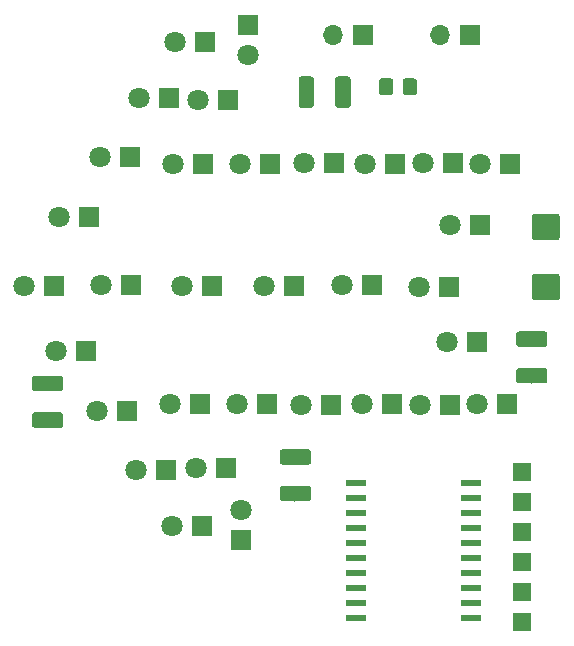
<source format=gbr>
%TF.GenerationSoftware,KiCad,Pcbnew,(5.1.4)-1*%
%TF.CreationDate,2020-11-17T10:49:43+02:00*%
%TF.ProjectId,prose,70726f73-652e-46b6-9963-61645f706362,rev?*%
%TF.SameCoordinates,Original*%
%TF.FileFunction,Soldermask,Top*%
%TF.FilePolarity,Negative*%
%FSLAX46Y46*%
G04 Gerber Fmt 4.6, Leading zero omitted, Abs format (unit mm)*
G04 Created by KiCad (PCBNEW (5.1.4)-1) date 2020-11-17 10:49:43*
%MOMM*%
%LPD*%
G04 APERTURE LIST*
%ADD10C,0.150000*%
%ADD11C,1.300000*%
%ADD12R,1.800000X1.800000*%
%ADD13C,1.800000*%
%ADD14R,1.750000X0.600000*%
%ADD15R,1.700000X1.700000*%
%ADD16O,1.700000X1.700000*%
%ADD17C,2.250000*%
%ADD18C,1.200000*%
%ADD19R,1.524000X1.524000*%
G04 APERTURE END LIST*
D10*
%TO.C,R3*%
G36*
X91309504Y-77251204D02*
G01*
X91333773Y-77254804D01*
X91357571Y-77260765D01*
X91380671Y-77269030D01*
X91402849Y-77279520D01*
X91423893Y-77292133D01*
X91443598Y-77306747D01*
X91461777Y-77323223D01*
X91478253Y-77341402D01*
X91492867Y-77361107D01*
X91505480Y-77382151D01*
X91515970Y-77404329D01*
X91524235Y-77427429D01*
X91530196Y-77451227D01*
X91533796Y-77475496D01*
X91535000Y-77500000D01*
X91535000Y-78300000D01*
X91533796Y-78324504D01*
X91530196Y-78348773D01*
X91524235Y-78372571D01*
X91515970Y-78395671D01*
X91505480Y-78417849D01*
X91492867Y-78438893D01*
X91478253Y-78458598D01*
X91461777Y-78476777D01*
X91443598Y-78493253D01*
X91423893Y-78507867D01*
X91402849Y-78520480D01*
X91380671Y-78530970D01*
X91357571Y-78539235D01*
X91333773Y-78545196D01*
X91309504Y-78548796D01*
X91285000Y-78550000D01*
X89135000Y-78550000D01*
X89110496Y-78548796D01*
X89086227Y-78545196D01*
X89062429Y-78539235D01*
X89039329Y-78530970D01*
X89017151Y-78520480D01*
X88996107Y-78507867D01*
X88976402Y-78493253D01*
X88958223Y-78476777D01*
X88941747Y-78458598D01*
X88927133Y-78438893D01*
X88914520Y-78417849D01*
X88904030Y-78395671D01*
X88895765Y-78372571D01*
X88889804Y-78348773D01*
X88886204Y-78324504D01*
X88885000Y-78300000D01*
X88885000Y-77500000D01*
X88886204Y-77475496D01*
X88889804Y-77451227D01*
X88895765Y-77427429D01*
X88904030Y-77404329D01*
X88914520Y-77382151D01*
X88927133Y-77361107D01*
X88941747Y-77341402D01*
X88958223Y-77323223D01*
X88976402Y-77306747D01*
X88996107Y-77292133D01*
X89017151Y-77279520D01*
X89039329Y-77269030D01*
X89062429Y-77260765D01*
X89086227Y-77254804D01*
X89110496Y-77251204D01*
X89135000Y-77250000D01*
X91285000Y-77250000D01*
X91309504Y-77251204D01*
X91309504Y-77251204D01*
G37*
D11*
X90210000Y-77900000D03*
D10*
G36*
X91309504Y-80351204D02*
G01*
X91333773Y-80354804D01*
X91357571Y-80360765D01*
X91380671Y-80369030D01*
X91402849Y-80379520D01*
X91423893Y-80392133D01*
X91443598Y-80406747D01*
X91461777Y-80423223D01*
X91478253Y-80441402D01*
X91492867Y-80461107D01*
X91505480Y-80482151D01*
X91515970Y-80504329D01*
X91524235Y-80527429D01*
X91530196Y-80551227D01*
X91533796Y-80575496D01*
X91535000Y-80600000D01*
X91535000Y-81400000D01*
X91533796Y-81424504D01*
X91530196Y-81448773D01*
X91524235Y-81472571D01*
X91515970Y-81495671D01*
X91505480Y-81517849D01*
X91492867Y-81538893D01*
X91478253Y-81558598D01*
X91461777Y-81576777D01*
X91443598Y-81593253D01*
X91423893Y-81607867D01*
X91402849Y-81620480D01*
X91380671Y-81630970D01*
X91357571Y-81639235D01*
X91333773Y-81645196D01*
X91309504Y-81648796D01*
X91285000Y-81650000D01*
X89135000Y-81650000D01*
X89110496Y-81648796D01*
X89086227Y-81645196D01*
X89062429Y-81639235D01*
X89039329Y-81630970D01*
X89017151Y-81620480D01*
X88996107Y-81607867D01*
X88976402Y-81593253D01*
X88958223Y-81576777D01*
X88941747Y-81558598D01*
X88927133Y-81538893D01*
X88914520Y-81517849D01*
X88904030Y-81495671D01*
X88895765Y-81472571D01*
X88889804Y-81448773D01*
X88886204Y-81424504D01*
X88885000Y-81400000D01*
X88885000Y-80600000D01*
X88886204Y-80575496D01*
X88889804Y-80551227D01*
X88895765Y-80527429D01*
X88904030Y-80504329D01*
X88914520Y-80482151D01*
X88927133Y-80461107D01*
X88941747Y-80441402D01*
X88958223Y-80423223D01*
X88976402Y-80406747D01*
X88996107Y-80392133D01*
X89017151Y-80379520D01*
X89039329Y-80369030D01*
X89062429Y-80360765D01*
X89086227Y-80354804D01*
X89110496Y-80351204D01*
X89135000Y-80350000D01*
X91285000Y-80350000D01*
X91309504Y-80351204D01*
X91309504Y-80351204D01*
G37*
D11*
X90210000Y-81000000D03*
%TD*%
D12*
%TO.C,D21*%
X88390000Y-63070000D03*
D13*
X85850000Y-63070000D03*
%TD*%
%TO.C,D18*%
X83040000Y-78180000D03*
D12*
X85580000Y-78180000D03*
%TD*%
D14*
%TO.C,IC1*%
X75295000Y-101505000D03*
X75295000Y-100235000D03*
X75295000Y-98965000D03*
X75295000Y-97695000D03*
X75295000Y-96425000D03*
X75295000Y-95155000D03*
X75295000Y-93885000D03*
X75295000Y-92615000D03*
X75295000Y-91345000D03*
X75295000Y-90075000D03*
X85045000Y-90075000D03*
X85045000Y-91345000D03*
X85045000Y-92615000D03*
X85045000Y-93885000D03*
X85045000Y-101505000D03*
X85045000Y-100235000D03*
X85045000Y-98965000D03*
X85045000Y-97695000D03*
X85045000Y-96425000D03*
X85045000Y-95155000D03*
%TD*%
D15*
%TO.C,P2*%
X75960000Y-52160000D03*
D16*
X73420000Y-52160000D03*
%TD*%
D12*
%TO.C,D5*%
X49784000Y-73406000D03*
D13*
X47244000Y-73406000D03*
%TD*%
D10*
%TO.C,C1*%
G36*
X92349505Y-67276204D02*
G01*
X92373773Y-67279804D01*
X92397572Y-67285765D01*
X92420671Y-67294030D01*
X92442850Y-67304520D01*
X92463893Y-67317132D01*
X92483599Y-67331747D01*
X92501777Y-67348223D01*
X92518253Y-67366401D01*
X92532868Y-67386107D01*
X92545480Y-67407150D01*
X92555970Y-67429329D01*
X92564235Y-67452428D01*
X92570196Y-67476227D01*
X92573796Y-67500495D01*
X92575000Y-67524999D01*
X92575000Y-69275001D01*
X92573796Y-69299505D01*
X92570196Y-69323773D01*
X92564235Y-69347572D01*
X92555970Y-69370671D01*
X92545480Y-69392850D01*
X92532868Y-69413893D01*
X92518253Y-69433599D01*
X92501777Y-69451777D01*
X92483599Y-69468253D01*
X92463893Y-69482868D01*
X92442850Y-69495480D01*
X92420671Y-69505970D01*
X92397572Y-69514235D01*
X92373773Y-69520196D01*
X92349505Y-69523796D01*
X92325001Y-69525000D01*
X90474999Y-69525000D01*
X90450495Y-69523796D01*
X90426227Y-69520196D01*
X90402428Y-69514235D01*
X90379329Y-69505970D01*
X90357150Y-69495480D01*
X90336107Y-69482868D01*
X90316401Y-69468253D01*
X90298223Y-69451777D01*
X90281747Y-69433599D01*
X90267132Y-69413893D01*
X90254520Y-69392850D01*
X90244030Y-69370671D01*
X90235765Y-69347572D01*
X90229804Y-69323773D01*
X90226204Y-69299505D01*
X90225000Y-69275001D01*
X90225000Y-67524999D01*
X90226204Y-67500495D01*
X90229804Y-67476227D01*
X90235765Y-67452428D01*
X90244030Y-67429329D01*
X90254520Y-67407150D01*
X90267132Y-67386107D01*
X90281747Y-67366401D01*
X90298223Y-67348223D01*
X90316401Y-67331747D01*
X90336107Y-67317132D01*
X90357150Y-67304520D01*
X90379329Y-67294030D01*
X90402428Y-67285765D01*
X90426227Y-67279804D01*
X90450495Y-67276204D01*
X90474999Y-67275000D01*
X92325001Y-67275000D01*
X92349505Y-67276204D01*
X92349505Y-67276204D01*
G37*
D17*
X91400000Y-68400000D03*
D10*
G36*
X92349505Y-72376204D02*
G01*
X92373773Y-72379804D01*
X92397572Y-72385765D01*
X92420671Y-72394030D01*
X92442850Y-72404520D01*
X92463893Y-72417132D01*
X92483599Y-72431747D01*
X92501777Y-72448223D01*
X92518253Y-72466401D01*
X92532868Y-72486107D01*
X92545480Y-72507150D01*
X92555970Y-72529329D01*
X92564235Y-72552428D01*
X92570196Y-72576227D01*
X92573796Y-72600495D01*
X92575000Y-72624999D01*
X92575000Y-74375001D01*
X92573796Y-74399505D01*
X92570196Y-74423773D01*
X92564235Y-74447572D01*
X92555970Y-74470671D01*
X92545480Y-74492850D01*
X92532868Y-74513893D01*
X92518253Y-74533599D01*
X92501777Y-74551777D01*
X92483599Y-74568253D01*
X92463893Y-74582868D01*
X92442850Y-74595480D01*
X92420671Y-74605970D01*
X92397572Y-74614235D01*
X92373773Y-74620196D01*
X92349505Y-74623796D01*
X92325001Y-74625000D01*
X90474999Y-74625000D01*
X90450495Y-74623796D01*
X90426227Y-74620196D01*
X90402428Y-74614235D01*
X90379329Y-74605970D01*
X90357150Y-74595480D01*
X90336107Y-74582868D01*
X90316401Y-74568253D01*
X90298223Y-74551777D01*
X90281747Y-74533599D01*
X90267132Y-74513893D01*
X90254520Y-74492850D01*
X90244030Y-74470671D01*
X90235765Y-74447572D01*
X90229804Y-74423773D01*
X90226204Y-74399505D01*
X90225000Y-74375001D01*
X90225000Y-72624999D01*
X90226204Y-72600495D01*
X90229804Y-72576227D01*
X90235765Y-72552428D01*
X90244030Y-72529329D01*
X90254520Y-72507150D01*
X90267132Y-72486107D01*
X90281747Y-72466401D01*
X90298223Y-72448223D01*
X90316401Y-72431747D01*
X90336107Y-72417132D01*
X90357150Y-72404520D01*
X90379329Y-72394030D01*
X90402428Y-72385765D01*
X90426227Y-72379804D01*
X90450495Y-72376204D01*
X90474999Y-72375000D01*
X92325001Y-72375000D01*
X92349505Y-72376204D01*
X92349505Y-72376204D01*
G37*
D17*
X91400000Y-73500000D03*
%TD*%
D10*
%TO.C,F1*%
G36*
X80254505Y-55831204D02*
G01*
X80278773Y-55834804D01*
X80302572Y-55840765D01*
X80325671Y-55849030D01*
X80347850Y-55859520D01*
X80368893Y-55872132D01*
X80388599Y-55886747D01*
X80406777Y-55903223D01*
X80423253Y-55921401D01*
X80437868Y-55941107D01*
X80450480Y-55962150D01*
X80460970Y-55984329D01*
X80469235Y-56007428D01*
X80475196Y-56031227D01*
X80478796Y-56055495D01*
X80480000Y-56079999D01*
X80480000Y-56980001D01*
X80478796Y-57004505D01*
X80475196Y-57028773D01*
X80469235Y-57052572D01*
X80460970Y-57075671D01*
X80450480Y-57097850D01*
X80437868Y-57118893D01*
X80423253Y-57138599D01*
X80406777Y-57156777D01*
X80388599Y-57173253D01*
X80368893Y-57187868D01*
X80347850Y-57200480D01*
X80325671Y-57210970D01*
X80302572Y-57219235D01*
X80278773Y-57225196D01*
X80254505Y-57228796D01*
X80230001Y-57230000D01*
X79529999Y-57230000D01*
X79505495Y-57228796D01*
X79481227Y-57225196D01*
X79457428Y-57219235D01*
X79434329Y-57210970D01*
X79412150Y-57200480D01*
X79391107Y-57187868D01*
X79371401Y-57173253D01*
X79353223Y-57156777D01*
X79336747Y-57138599D01*
X79322132Y-57118893D01*
X79309520Y-57097850D01*
X79299030Y-57075671D01*
X79290765Y-57052572D01*
X79284804Y-57028773D01*
X79281204Y-57004505D01*
X79280000Y-56980001D01*
X79280000Y-56079999D01*
X79281204Y-56055495D01*
X79284804Y-56031227D01*
X79290765Y-56007428D01*
X79299030Y-55984329D01*
X79309520Y-55962150D01*
X79322132Y-55941107D01*
X79336747Y-55921401D01*
X79353223Y-55903223D01*
X79371401Y-55886747D01*
X79391107Y-55872132D01*
X79412150Y-55859520D01*
X79434329Y-55849030D01*
X79457428Y-55840765D01*
X79481227Y-55834804D01*
X79505495Y-55831204D01*
X79529999Y-55830000D01*
X80230001Y-55830000D01*
X80254505Y-55831204D01*
X80254505Y-55831204D01*
G37*
D18*
X79880000Y-56530000D03*
D10*
G36*
X78254505Y-55831204D02*
G01*
X78278773Y-55834804D01*
X78302572Y-55840765D01*
X78325671Y-55849030D01*
X78347850Y-55859520D01*
X78368893Y-55872132D01*
X78388599Y-55886747D01*
X78406777Y-55903223D01*
X78423253Y-55921401D01*
X78437868Y-55941107D01*
X78450480Y-55962150D01*
X78460970Y-55984329D01*
X78469235Y-56007428D01*
X78475196Y-56031227D01*
X78478796Y-56055495D01*
X78480000Y-56079999D01*
X78480000Y-56980001D01*
X78478796Y-57004505D01*
X78475196Y-57028773D01*
X78469235Y-57052572D01*
X78460970Y-57075671D01*
X78450480Y-57097850D01*
X78437868Y-57118893D01*
X78423253Y-57138599D01*
X78406777Y-57156777D01*
X78388599Y-57173253D01*
X78368893Y-57187868D01*
X78347850Y-57200480D01*
X78325671Y-57210970D01*
X78302572Y-57219235D01*
X78278773Y-57225196D01*
X78254505Y-57228796D01*
X78230001Y-57230000D01*
X77529999Y-57230000D01*
X77505495Y-57228796D01*
X77481227Y-57225196D01*
X77457428Y-57219235D01*
X77434329Y-57210970D01*
X77412150Y-57200480D01*
X77391107Y-57187868D01*
X77371401Y-57173253D01*
X77353223Y-57156777D01*
X77336747Y-57138599D01*
X77322132Y-57118893D01*
X77309520Y-57097850D01*
X77299030Y-57075671D01*
X77290765Y-57052572D01*
X77284804Y-57028773D01*
X77281204Y-57004505D01*
X77280000Y-56980001D01*
X77280000Y-56079999D01*
X77281204Y-56055495D01*
X77284804Y-56031227D01*
X77290765Y-56007428D01*
X77299030Y-55984329D01*
X77309520Y-55962150D01*
X77322132Y-55941107D01*
X77336747Y-55921401D01*
X77353223Y-55903223D01*
X77371401Y-55886747D01*
X77391107Y-55872132D01*
X77412150Y-55859520D01*
X77434329Y-55849030D01*
X77457428Y-55840765D01*
X77481227Y-55834804D01*
X77505495Y-55831204D01*
X77529999Y-55830000D01*
X78230001Y-55830000D01*
X78254505Y-55831204D01*
X78254505Y-55831204D01*
G37*
D18*
X77880000Y-56530000D03*
%TD*%
D13*
%TO.C,D6*%
X49920000Y-78870000D03*
D12*
X52460000Y-78870000D03*
%TD*%
%TO.C,D7*%
X55980000Y-83950000D03*
D13*
X53440000Y-83950000D03*
%TD*%
%TO.C,D8*%
X56730000Y-88990000D03*
D12*
X59270000Y-88990000D03*
%TD*%
D13*
%TO.C,D9*%
X59780000Y-93740000D03*
D12*
X62320000Y-93740000D03*
%TD*%
%TO.C,D10*%
X65580000Y-94940000D03*
D13*
X65580000Y-92400000D03*
%TD*%
D12*
%TO.C,D11*%
X64280000Y-88820000D03*
D13*
X61740000Y-88820000D03*
%TD*%
%TO.C,D12*%
X59610000Y-83410000D03*
D12*
X62150000Y-83410000D03*
%TD*%
%TO.C,D13*%
X67780000Y-83410000D03*
D13*
X65240000Y-83410000D03*
%TD*%
%TO.C,D14*%
X70660000Y-83460000D03*
D12*
X73200000Y-83460000D03*
%TD*%
%TO.C,D15*%
X78360000Y-83410000D03*
D13*
X75820000Y-83410000D03*
%TD*%
%TO.C,D16*%
X80720000Y-83510000D03*
D12*
X83260000Y-83510000D03*
%TD*%
%TO.C,D17*%
X88140000Y-83400000D03*
D13*
X85600000Y-83400000D03*
%TD*%
%TO.C,D19*%
X80650000Y-73490000D03*
D12*
X83190000Y-73490000D03*
%TD*%
D13*
%TO.C,D29*%
X74110000Y-73360000D03*
D12*
X76650000Y-73360000D03*
%TD*%
%TO.C,D30*%
X70060000Y-73390000D03*
D13*
X67520000Y-73390000D03*
%TD*%
%TO.C,D31*%
X60610000Y-73390000D03*
D12*
X63150000Y-73390000D03*
%TD*%
%TO.C,D32*%
X56310000Y-73360000D03*
D13*
X53770000Y-73360000D03*
%TD*%
D10*
%TO.C,R1*%
G36*
X50319504Y-84111204D02*
G01*
X50343773Y-84114804D01*
X50367571Y-84120765D01*
X50390671Y-84129030D01*
X50412849Y-84139520D01*
X50433893Y-84152133D01*
X50453598Y-84166747D01*
X50471777Y-84183223D01*
X50488253Y-84201402D01*
X50502867Y-84221107D01*
X50515480Y-84242151D01*
X50525970Y-84264329D01*
X50534235Y-84287429D01*
X50540196Y-84311227D01*
X50543796Y-84335496D01*
X50545000Y-84360000D01*
X50545000Y-85160000D01*
X50543796Y-85184504D01*
X50540196Y-85208773D01*
X50534235Y-85232571D01*
X50525970Y-85255671D01*
X50515480Y-85277849D01*
X50502867Y-85298893D01*
X50488253Y-85318598D01*
X50471777Y-85336777D01*
X50453598Y-85353253D01*
X50433893Y-85367867D01*
X50412849Y-85380480D01*
X50390671Y-85390970D01*
X50367571Y-85399235D01*
X50343773Y-85405196D01*
X50319504Y-85408796D01*
X50295000Y-85410000D01*
X48145000Y-85410000D01*
X48120496Y-85408796D01*
X48096227Y-85405196D01*
X48072429Y-85399235D01*
X48049329Y-85390970D01*
X48027151Y-85380480D01*
X48006107Y-85367867D01*
X47986402Y-85353253D01*
X47968223Y-85336777D01*
X47951747Y-85318598D01*
X47937133Y-85298893D01*
X47924520Y-85277849D01*
X47914030Y-85255671D01*
X47905765Y-85232571D01*
X47899804Y-85208773D01*
X47896204Y-85184504D01*
X47895000Y-85160000D01*
X47895000Y-84360000D01*
X47896204Y-84335496D01*
X47899804Y-84311227D01*
X47905765Y-84287429D01*
X47914030Y-84264329D01*
X47924520Y-84242151D01*
X47937133Y-84221107D01*
X47951747Y-84201402D01*
X47968223Y-84183223D01*
X47986402Y-84166747D01*
X48006107Y-84152133D01*
X48027151Y-84139520D01*
X48049329Y-84129030D01*
X48072429Y-84120765D01*
X48096227Y-84114804D01*
X48120496Y-84111204D01*
X48145000Y-84110000D01*
X50295000Y-84110000D01*
X50319504Y-84111204D01*
X50319504Y-84111204D01*
G37*
D11*
X49220000Y-84760000D03*
D10*
G36*
X50319504Y-81011204D02*
G01*
X50343773Y-81014804D01*
X50367571Y-81020765D01*
X50390671Y-81029030D01*
X50412849Y-81039520D01*
X50433893Y-81052133D01*
X50453598Y-81066747D01*
X50471777Y-81083223D01*
X50488253Y-81101402D01*
X50502867Y-81121107D01*
X50515480Y-81142151D01*
X50525970Y-81164329D01*
X50534235Y-81187429D01*
X50540196Y-81211227D01*
X50543796Y-81235496D01*
X50545000Y-81260000D01*
X50545000Y-82060000D01*
X50543796Y-82084504D01*
X50540196Y-82108773D01*
X50534235Y-82132571D01*
X50525970Y-82155671D01*
X50515480Y-82177849D01*
X50502867Y-82198893D01*
X50488253Y-82218598D01*
X50471777Y-82236777D01*
X50453598Y-82253253D01*
X50433893Y-82267867D01*
X50412849Y-82280480D01*
X50390671Y-82290970D01*
X50367571Y-82299235D01*
X50343773Y-82305196D01*
X50319504Y-82308796D01*
X50295000Y-82310000D01*
X48145000Y-82310000D01*
X48120496Y-82308796D01*
X48096227Y-82305196D01*
X48072429Y-82299235D01*
X48049329Y-82290970D01*
X48027151Y-82280480D01*
X48006107Y-82267867D01*
X47986402Y-82253253D01*
X47968223Y-82236777D01*
X47951747Y-82218598D01*
X47937133Y-82198893D01*
X47924520Y-82177849D01*
X47914030Y-82155671D01*
X47905765Y-82132571D01*
X47899804Y-82108773D01*
X47896204Y-82084504D01*
X47895000Y-82060000D01*
X47895000Y-81260000D01*
X47896204Y-81235496D01*
X47899804Y-81211227D01*
X47905765Y-81187429D01*
X47914030Y-81164329D01*
X47924520Y-81142151D01*
X47937133Y-81121107D01*
X47951747Y-81101402D01*
X47968223Y-81083223D01*
X47986402Y-81066747D01*
X48006107Y-81052133D01*
X48027151Y-81039520D01*
X48049329Y-81029030D01*
X48072429Y-81020765D01*
X48096227Y-81014804D01*
X48120496Y-81011204D01*
X48145000Y-81010000D01*
X50295000Y-81010000D01*
X50319504Y-81011204D01*
X50319504Y-81011204D01*
G37*
D11*
X49220000Y-81660000D03*
%TD*%
D10*
%TO.C,R2*%
G36*
X71299504Y-87231204D02*
G01*
X71323773Y-87234804D01*
X71347571Y-87240765D01*
X71370671Y-87249030D01*
X71392849Y-87259520D01*
X71413893Y-87272133D01*
X71433598Y-87286747D01*
X71451777Y-87303223D01*
X71468253Y-87321402D01*
X71482867Y-87341107D01*
X71495480Y-87362151D01*
X71505970Y-87384329D01*
X71514235Y-87407429D01*
X71520196Y-87431227D01*
X71523796Y-87455496D01*
X71525000Y-87480000D01*
X71525000Y-88280000D01*
X71523796Y-88304504D01*
X71520196Y-88328773D01*
X71514235Y-88352571D01*
X71505970Y-88375671D01*
X71495480Y-88397849D01*
X71482867Y-88418893D01*
X71468253Y-88438598D01*
X71451777Y-88456777D01*
X71433598Y-88473253D01*
X71413893Y-88487867D01*
X71392849Y-88500480D01*
X71370671Y-88510970D01*
X71347571Y-88519235D01*
X71323773Y-88525196D01*
X71299504Y-88528796D01*
X71275000Y-88530000D01*
X69125000Y-88530000D01*
X69100496Y-88528796D01*
X69076227Y-88525196D01*
X69052429Y-88519235D01*
X69029329Y-88510970D01*
X69007151Y-88500480D01*
X68986107Y-88487867D01*
X68966402Y-88473253D01*
X68948223Y-88456777D01*
X68931747Y-88438598D01*
X68917133Y-88418893D01*
X68904520Y-88397849D01*
X68894030Y-88375671D01*
X68885765Y-88352571D01*
X68879804Y-88328773D01*
X68876204Y-88304504D01*
X68875000Y-88280000D01*
X68875000Y-87480000D01*
X68876204Y-87455496D01*
X68879804Y-87431227D01*
X68885765Y-87407429D01*
X68894030Y-87384329D01*
X68904520Y-87362151D01*
X68917133Y-87341107D01*
X68931747Y-87321402D01*
X68948223Y-87303223D01*
X68966402Y-87286747D01*
X68986107Y-87272133D01*
X69007151Y-87259520D01*
X69029329Y-87249030D01*
X69052429Y-87240765D01*
X69076227Y-87234804D01*
X69100496Y-87231204D01*
X69125000Y-87230000D01*
X71275000Y-87230000D01*
X71299504Y-87231204D01*
X71299504Y-87231204D01*
G37*
D11*
X70200000Y-87880000D03*
D10*
G36*
X71299504Y-90331204D02*
G01*
X71323773Y-90334804D01*
X71347571Y-90340765D01*
X71370671Y-90349030D01*
X71392849Y-90359520D01*
X71413893Y-90372133D01*
X71433598Y-90386747D01*
X71451777Y-90403223D01*
X71468253Y-90421402D01*
X71482867Y-90441107D01*
X71495480Y-90462151D01*
X71505970Y-90484329D01*
X71514235Y-90507429D01*
X71520196Y-90531227D01*
X71523796Y-90555496D01*
X71525000Y-90580000D01*
X71525000Y-91380000D01*
X71523796Y-91404504D01*
X71520196Y-91428773D01*
X71514235Y-91452571D01*
X71505970Y-91475671D01*
X71495480Y-91497849D01*
X71482867Y-91518893D01*
X71468253Y-91538598D01*
X71451777Y-91556777D01*
X71433598Y-91573253D01*
X71413893Y-91587867D01*
X71392849Y-91600480D01*
X71370671Y-91610970D01*
X71347571Y-91619235D01*
X71323773Y-91625196D01*
X71299504Y-91628796D01*
X71275000Y-91630000D01*
X69125000Y-91630000D01*
X69100496Y-91628796D01*
X69076227Y-91625196D01*
X69052429Y-91619235D01*
X69029329Y-91610970D01*
X69007151Y-91600480D01*
X68986107Y-91587867D01*
X68966402Y-91573253D01*
X68948223Y-91556777D01*
X68931747Y-91538598D01*
X68917133Y-91518893D01*
X68904520Y-91497849D01*
X68894030Y-91475671D01*
X68885765Y-91452571D01*
X68879804Y-91428773D01*
X68876204Y-91404504D01*
X68875000Y-91380000D01*
X68875000Y-90580000D01*
X68876204Y-90555496D01*
X68879804Y-90531227D01*
X68885765Y-90507429D01*
X68894030Y-90484329D01*
X68904520Y-90462151D01*
X68917133Y-90441107D01*
X68931747Y-90421402D01*
X68948223Y-90403223D01*
X68966402Y-90386747D01*
X68986107Y-90372133D01*
X69007151Y-90359520D01*
X69029329Y-90349030D01*
X69052429Y-90340765D01*
X69076227Y-90334804D01*
X69100496Y-90331204D01*
X69125000Y-90330000D01*
X71275000Y-90330000D01*
X71299504Y-90331204D01*
X71299504Y-90331204D01*
G37*
D11*
X70200000Y-90980000D03*
%TD*%
D10*
%TO.C,R4*%
G36*
X71544504Y-55666204D02*
G01*
X71568773Y-55669804D01*
X71592571Y-55675765D01*
X71615671Y-55684030D01*
X71637849Y-55694520D01*
X71658893Y-55707133D01*
X71678598Y-55721747D01*
X71696777Y-55738223D01*
X71713253Y-55756402D01*
X71727867Y-55776107D01*
X71740480Y-55797151D01*
X71750970Y-55819329D01*
X71759235Y-55842429D01*
X71765196Y-55866227D01*
X71768796Y-55890496D01*
X71770000Y-55915000D01*
X71770000Y-58065000D01*
X71768796Y-58089504D01*
X71765196Y-58113773D01*
X71759235Y-58137571D01*
X71750970Y-58160671D01*
X71740480Y-58182849D01*
X71727867Y-58203893D01*
X71713253Y-58223598D01*
X71696777Y-58241777D01*
X71678598Y-58258253D01*
X71658893Y-58272867D01*
X71637849Y-58285480D01*
X71615671Y-58295970D01*
X71592571Y-58304235D01*
X71568773Y-58310196D01*
X71544504Y-58313796D01*
X71520000Y-58315000D01*
X70720000Y-58315000D01*
X70695496Y-58313796D01*
X70671227Y-58310196D01*
X70647429Y-58304235D01*
X70624329Y-58295970D01*
X70602151Y-58285480D01*
X70581107Y-58272867D01*
X70561402Y-58258253D01*
X70543223Y-58241777D01*
X70526747Y-58223598D01*
X70512133Y-58203893D01*
X70499520Y-58182849D01*
X70489030Y-58160671D01*
X70480765Y-58137571D01*
X70474804Y-58113773D01*
X70471204Y-58089504D01*
X70470000Y-58065000D01*
X70470000Y-55915000D01*
X70471204Y-55890496D01*
X70474804Y-55866227D01*
X70480765Y-55842429D01*
X70489030Y-55819329D01*
X70499520Y-55797151D01*
X70512133Y-55776107D01*
X70526747Y-55756402D01*
X70543223Y-55738223D01*
X70561402Y-55721747D01*
X70581107Y-55707133D01*
X70602151Y-55694520D01*
X70624329Y-55684030D01*
X70647429Y-55675765D01*
X70671227Y-55669804D01*
X70695496Y-55666204D01*
X70720000Y-55665000D01*
X71520000Y-55665000D01*
X71544504Y-55666204D01*
X71544504Y-55666204D01*
G37*
D11*
X71120000Y-56990000D03*
D10*
G36*
X74644504Y-55666204D02*
G01*
X74668773Y-55669804D01*
X74692571Y-55675765D01*
X74715671Y-55684030D01*
X74737849Y-55694520D01*
X74758893Y-55707133D01*
X74778598Y-55721747D01*
X74796777Y-55738223D01*
X74813253Y-55756402D01*
X74827867Y-55776107D01*
X74840480Y-55797151D01*
X74850970Y-55819329D01*
X74859235Y-55842429D01*
X74865196Y-55866227D01*
X74868796Y-55890496D01*
X74870000Y-55915000D01*
X74870000Y-58065000D01*
X74868796Y-58089504D01*
X74865196Y-58113773D01*
X74859235Y-58137571D01*
X74850970Y-58160671D01*
X74840480Y-58182849D01*
X74827867Y-58203893D01*
X74813253Y-58223598D01*
X74796777Y-58241777D01*
X74778598Y-58258253D01*
X74758893Y-58272867D01*
X74737849Y-58285480D01*
X74715671Y-58295970D01*
X74692571Y-58304235D01*
X74668773Y-58310196D01*
X74644504Y-58313796D01*
X74620000Y-58315000D01*
X73820000Y-58315000D01*
X73795496Y-58313796D01*
X73771227Y-58310196D01*
X73747429Y-58304235D01*
X73724329Y-58295970D01*
X73702151Y-58285480D01*
X73681107Y-58272867D01*
X73661402Y-58258253D01*
X73643223Y-58241777D01*
X73626747Y-58223598D01*
X73612133Y-58203893D01*
X73599520Y-58182849D01*
X73589030Y-58160671D01*
X73580765Y-58137571D01*
X73574804Y-58113773D01*
X73571204Y-58089504D01*
X73570000Y-58065000D01*
X73570000Y-55915000D01*
X73571204Y-55890496D01*
X73574804Y-55866227D01*
X73580765Y-55842429D01*
X73589030Y-55819329D01*
X73599520Y-55797151D01*
X73612133Y-55776107D01*
X73626747Y-55756402D01*
X73643223Y-55738223D01*
X73661402Y-55721747D01*
X73681107Y-55707133D01*
X73702151Y-55694520D01*
X73724329Y-55684030D01*
X73747429Y-55675765D01*
X73771227Y-55669804D01*
X73795496Y-55666204D01*
X73820000Y-55665000D01*
X74620000Y-55665000D01*
X74644504Y-55666204D01*
X74644504Y-55666204D01*
G37*
D11*
X74220000Y-56990000D03*
%TD*%
D15*
%TO.C,P3*%
X84950000Y-52160000D03*
D16*
X82410000Y-52160000D03*
%TD*%
D19*
%TO.C,P1*%
X89400000Y-89120000D03*
X89400000Y-91660000D03*
X89400000Y-94200000D03*
X89400000Y-96740000D03*
X89400000Y-99280000D03*
X89400000Y-101820000D03*
%TD*%
D13*
%TO.C,D1*%
X60030000Y-52730000D03*
D12*
X62570000Y-52730000D03*
%TD*%
%TO.C,D2*%
X59510000Y-57480000D03*
D13*
X56970000Y-57480000D03*
%TD*%
%TO.C,D3*%
X53690000Y-62520000D03*
D12*
X56230000Y-62520000D03*
%TD*%
%TO.C,D4*%
X52710000Y-67600000D03*
D13*
X50170000Y-67600000D03*
%TD*%
%TO.C,D20*%
X83280000Y-68280000D03*
D12*
X85820000Y-68280000D03*
%TD*%
D13*
%TO.C,D22*%
X80970000Y-62960000D03*
D12*
X83510000Y-62960000D03*
%TD*%
%TO.C,D23*%
X78610000Y-63060000D03*
D13*
X76070000Y-63060000D03*
%TD*%
D12*
%TO.C,D24*%
X73440000Y-63010000D03*
D13*
X70900000Y-63010000D03*
%TD*%
%TO.C,D25*%
X65480000Y-63070000D03*
D12*
X68020000Y-63070000D03*
%TD*%
%TO.C,D26*%
X62400000Y-63060000D03*
D13*
X59860000Y-63060000D03*
%TD*%
%TO.C,D27*%
X61980000Y-57660000D03*
D12*
X64520000Y-57660000D03*
%TD*%
%TO.C,D28*%
X66220000Y-51340000D03*
D13*
X66220000Y-53880000D03*
%TD*%
M02*

</source>
